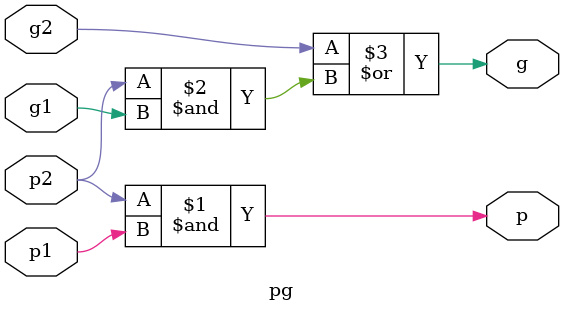
<source format=sv>
module pg (output p, g, input g1, p1, g2, p2);
    assign p = p2 & p1;
    assign g = g2 | (p2 & g1);
endmodule

</source>
